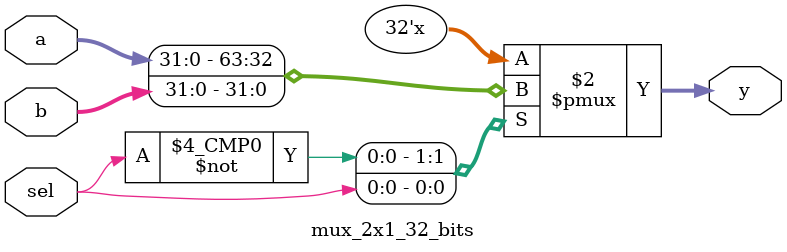
<source format=v>
`timescale 1ns / 1ps

module mux_2x1_32_bits(
    input [31:0] a, 
    input [31:0] b, 
    input sel,
    output reg [31:0] y
    );
    
    always @ (a, b, sel)
    begin
        case(sel)
            1'b0: y = a; // when sel = 0, output a
            1'b1: y = b; // when sel = 1, output b
        endcase
    end
endmodule
</source>
